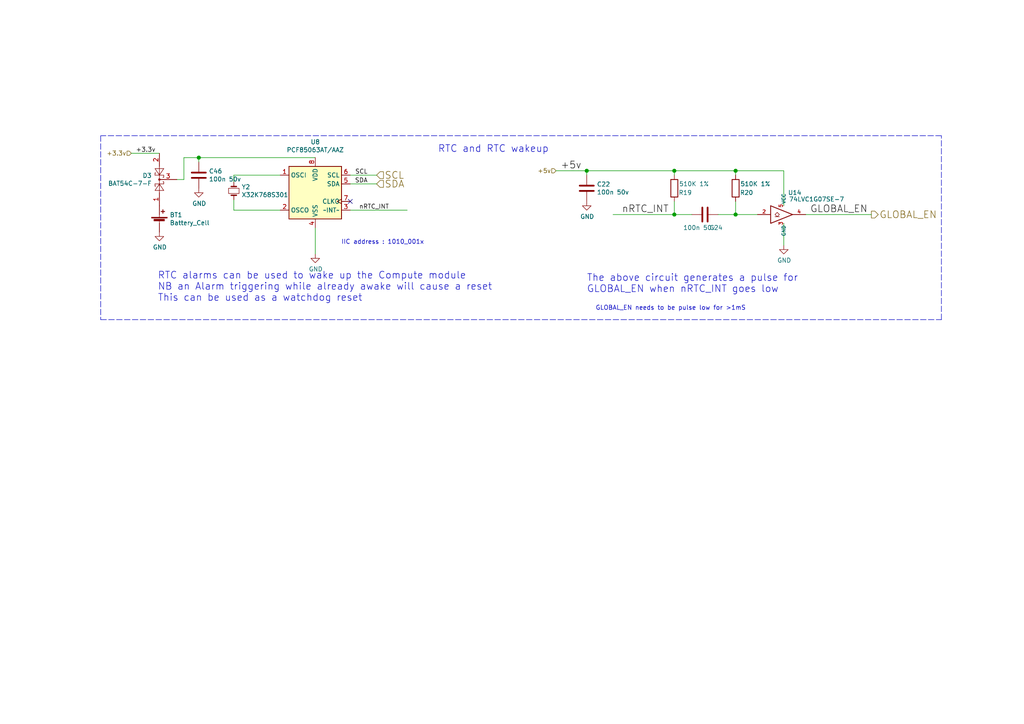
<source format=kicad_sch>
(kicad_sch (version 20210615) (generator eeschema)
  (paper "A4")
  (title_block (title "AP3000v3") (date "2020-10-27") (rev "1") (company "(c) ISis ImageStream Internet Solutions 2020") (comment 1 "www.imagestream.com"))
  (lib_symbols
    (symbol "AP3000:74LVC1G07_copy"
      (property "Reference" "U" (at -2.54 3.81 0))
      (property "Value" "74LVC1G07_copy" (at 0 -3.81 0))
      (symbol "74LVC1G07_copy_0_1"
        (polyline (pts (xy -2.54 -0.635) (xy -1.27 -0.635)))
        (polyline (pts (xy -3.81 2.54) (xy -3.81 -2.54) (xy 2.54 0) (xy -3.81 2.54)) (stroke (width 0.254)))
        (polyline (pts (xy -1.905 0.635) (xy -2.54 0) (xy -1.905 -0.635) (xy -1.27 0) (xy -1.905 0.635)))
      )
      (symbol "74LVC1G07_copy_1_1"
        (pin input line (at -7.62 0 0) (length 3.81) (name "~") (number "2"))
        (pin power_in line (at 0 -2.54 270) (length 0) (name "GND") (number "3"))
        (pin open_collector line (at 6.35 0 180) (length 3.81) (name "~") (number "4"))
        (pin power_in line (at 0 2.54 90) (length 0) (name "VCC") (number "5"))
      )
    )
    (symbol "Device:Battery_Cell" (pin_numbers hide) (pin_names (offset 0) hide)
      (property "Reference" "BT" (at 2.54 2.54 0))
      (property "Value" "Battery_Cell" (at 2.54 0 0))
      (symbol "Battery_Cell_0_1"
        (rectangle (start -2.286 1.778) (end 2.286 1.524) (fill (type outline)))
        (rectangle (start -1.5748 1.1938) (end 1.4732 0.6858) (fill (type outline)))
        (polyline (pts (xy 0 0.762) (xy 0 0)))
        (polyline (pts (xy 0 1.778) (xy 0 2.54)))
        (polyline (pts (xy 0.508 3.429) (xy 1.524 3.429)) (stroke (width 0.254)))
        (polyline (pts (xy 1.016 3.937) (xy 1.016 2.921)) (stroke (width 0.254)))
      )
      (symbol "Battery_Cell_1_1"
        (pin passive line (at 0 5.08 270) (length 2.54) (name "+") (number "1"))
        (pin passive line (at 0 -2.54 90) (length 2.54) (name "-") (number "2"))
      )
    )
    (symbol "Device:C" (pin_numbers hide) (pin_names (offset 0.254))
      (property "Reference" "C" (at 0.635 2.54 0))
      (property "Value" "C" (at 0.635 -2.54 0))
      (symbol "C_0_1"
        (polyline (pts (xy -2.032 -0.762) (xy 2.032 -0.762)) (stroke (width 0.508)))
        (polyline (pts (xy -2.032 0.762) (xy 2.032 0.762)) (stroke (width 0.508)))
      )
      (symbol "C_1_1"
        (pin passive line (at 0 3.81 270) (length 2.794) (name "~") (number "1"))
        (pin passive line (at 0 -3.81 90) (length 2.794) (name "~") (number "2"))
      )
    )
    (symbol "Device:Crystal_Small" (pin_numbers hide) (pin_names hide)
      (property "Reference" "Y" (at 0 2.54 0))
      (property "Value" "Crystal_Small" (at 0 -2.54 0))
      (symbol "Crystal_Small_0_1"
        (rectangle (start -0.762 -1.524) (end 0.762 1.524))
        (polyline (pts (xy -1.27 -0.762) (xy -1.27 0.762)) (stroke (width 0.381)))
        (polyline (pts (xy 1.27 -0.762) (xy 1.27 0.762)) (stroke (width 0.381)))
      )
      (symbol "Crystal_Small_1_1"
        (pin passive line (at -2.54 0 0) (length 1.27) (name "1") (number "1"))
        (pin passive line (at 2.54 0 180) (length 1.27) (name "2") (number "2"))
      )
    )
    (symbol "Device:R" (pin_numbers hide) (pin_names (offset 0))
      (property "Reference" "R" (at 2.032 0 90))
      (property "Value" "R" (at 0 0 90))
      (symbol "R_0_1"
        (rectangle (start -1.016 -2.54) (end 1.016 2.54) (stroke (width 0.254)))
      )
      (symbol "R_1_1"
        (pin passive line (at 0 3.81 270) (length 1.27) (name "~") (number "1"))
        (pin passive line (at 0 -3.81 90) (length 1.27) (name "~") (number "2"))
      )
    )
    (symbol "Diode:BAT54C"
      (property "Reference" "D" (at 0.635 -3.81 0))
      (property "Value" "BAT54C" (at -6.35 3.175 0))
      (symbol "BAT54C_0_1"
        (circle (center 0 0) (radius 0.254) (fill (type outline)))
        (polyline (pts (xy -1.905 0) (xy 1.905 0)))
        (polyline (pts (xy -1.905 1.27) (xy -1.905 1.016)))
        (polyline (pts (xy -1.27 -1.27) (xy -0.635 -1.27)))
        (polyline (pts (xy -1.27 0) (xy -3.81 0)))
        (polyline (pts (xy -1.27 1.27) (xy -1.905 1.27)))
        (polyline (pts (xy -1.27 1.27) (xy -1.27 -1.27)))
        (polyline (pts (xy -0.635 -1.27) (xy -0.635 -1.016)))
        (polyline (pts (xy 0.635 -1.27) (xy 0.635 -1.016)))
        (polyline (pts (xy 1.27 -1.27) (xy 0.635 -1.27)))
        (polyline (pts (xy 1.27 1.27) (xy 1.27 -1.27)))
        (polyline (pts (xy 1.27 1.27) (xy 1.905 1.27)))
        (polyline (pts (xy 1.905 1.27) (xy 1.905 1.016)))
        (polyline (pts (xy 3.81 0) (xy 1.27 0)))
        (polyline (pts (xy -3.175 -1.27) (xy -3.175 1.27) (xy -1.27 0) (xy -3.175 -1.27)))
        (polyline (pts (xy 3.175 -1.27) (xy 3.175 1.27) (xy 1.27 0) (xy 3.175 -1.27)))
      )
      (symbol "BAT54C_1_1"
        (pin passive line (at -7.62 0 0) (length 3.81) (name "~") (number "1"))
        (pin passive line (at 7.62 0 180) (length 3.81) (name "~") (number "2"))
        (pin passive line (at 0 -5.08 90) (length 5.08) (name "~") (number "3"))
      )
    )
    (symbol "Timer_RTC:PCF8563T"
      (property "Reference" "U" (at -7.62 8.89 0))
      (property "Value" "PCF8563T" (at 2.54 8.89 0))
      (symbol "PCF8563T_0_1"
        (rectangle (start -7.62 7.62) (end 7.62 -7.62) (stroke (width 0.254)) (fill (type background)))
      )
      (symbol "PCF8563T_1_1"
        (pin input line (at -10.16 5.08 0) (length 2.54) (name "OSCI") (number "1"))
        (pin output line (at -10.16 -5.08 0) (length 2.54) (name "OSCO") (number "2"))
        (pin output line (at 10.16 -5.08 180) (length 2.54) (name "~INT~") (number "3"))
        (pin power_in line (at 0 -10.16 90) (length 2.54) (name "VSS") (number "4"))
        (pin bidirectional line (at 10.16 2.54 180) (length 2.54) (name "SDA") (number "5"))
        (pin input line (at 10.16 5.08 180) (length 2.54) (name "SCL") (number "6"))
        (pin output clock (at 10.16 -2.54 180) (length 2.54) (name "CLKO") (number "7"))
        (pin power_in line (at 0 10.16 270) (length 2.54) (name "VDD") (number "8"))
      )
    )
    (symbol "power:GND" (power) (pin_names (offset 0))
      (property "Value" "GND" (at 0 -3.81 0))
      (symbol "GND_0_1"
        (polyline (pts (xy 0 0) (xy 0 -1.27) (xy 1.27 -1.27) (xy 0 -2.54) (xy -1.27 -1.27) (xy 0 -1.27)))
      )
      (symbol "GND_1_1"
        (pin power_in line (at 0 0 270) (length 0) hide (name "GND") (number "1"))
      )
    )
  )
  (junction (at 57.658 45.72) (diameter 1.016))
  (junction (at 170.18 49.53) (diameter 1.016))
  (junction (at 195.58 49.53) (diameter 1.016))
  (junction (at 195.58 62.23) (diameter 1.016))
  (junction (at 213.36 49.53) (diameter 1.016))
  (junction (at 213.36 62.23) (diameter 1.016))
  (no_connect (at 101.6 58.42))
  (wire (pts (xy 38.1 44.45) (xy 46.228 44.45)))
  (wire (pts (xy 51.308 52.07) (xy 53.34 52.07)))
  (wire (pts (xy 53.34 45.72) (xy 57.658 45.72)))
  (wire (pts (xy 53.34 52.07) (xy 53.34 45.72)))
  (wire (pts (xy 57.658 45.72) (xy 57.658 47.0154)))
  (wire (pts (xy 57.658 45.72) (xy 91.44 45.72)))
  (wire (pts (xy 67.818 50.8) (xy 67.818 52.832)))
  (wire (pts (xy 67.818 50.8) (xy 81.28 50.8)))
  (wire (pts (xy 67.818 60.96) (xy 67.818 57.912)))
  (wire (pts (xy 81.28 60.96) (xy 67.818 60.96)))
  (wire (pts (xy 91.44 66.04) (xy 91.44 73.66)))
  (wire (pts (xy 101.6 60.96) (xy 118.11 60.96)))
  (wire (pts (xy 109.22 50.8) (xy 101.6 50.8)))
  (wire (pts (xy 109.22 53.34) (xy 101.6 53.34)))
  (wire (pts (xy 161.29 49.53) (xy 170.18 49.53)))
  (wire (pts (xy 170.18 49.53) (xy 195.58 49.53)))
  (wire (pts (xy 170.18 50.8) (xy 170.18 49.53)))
  (wire (pts (xy 177.8 62.23) (xy 195.58 62.23)))
  (wire (pts (xy 195.58 49.53) (xy 195.58 50.8)))
  (wire (pts (xy 195.58 49.53) (xy 213.36 49.53)))
  (wire (pts (xy 195.58 62.23) (xy 195.58 58.42)))
  (wire (pts (xy 195.58 62.23) (xy 200.66 62.23)))
  (wire (pts (xy 208.28 62.23) (xy 213.36 62.23)))
  (wire (pts (xy 213.36 49.53) (xy 213.36 50.8)))
  (wire (pts (xy 213.36 49.53) (xy 227.33 49.53)))
  (wire (pts (xy 213.36 62.23) (xy 213.36 58.42)))
  (wire (pts (xy 213.36 62.23) (xy 219.71 62.23)))
  (wire (pts (xy 227.33 49.53) (xy 227.33 59.69)))
  (wire (pts (xy 227.33 64.77) (xy 227.33 71.12)))
  (wire (pts (xy 233.68 62.23) (xy 252.73 62.23)))
  (polyline (pts (xy 29.21 39.37) (xy 29.21 92.71)) (stroke (width 0) (type dash)))
  (polyline (pts (xy 29.21 92.71) (xy 273.05 92.71)) (stroke (width 0) (type dash)))
  (polyline (pts (xy 273.05 39.37) (xy 29.21 39.37)) (stroke (width 0) (type dash)))
  (polyline (pts (xy 273.05 92.71) (xy 273.05 39.37)) (stroke (width 0) (type dash)))
  (text "RTC alarms can be used to wake up the Compute module\nNB an Alarm triggering while already awake will cause a reset \nThis can be used as a watchdog reset " (at 45.72 87.63 0) (effects (font (size 2.0066 2.0066)) (justify left bottom)))
  (text "IIC address : 1010_001x" (at 98.9838 71.0438 0) (effects (font (size 1.27 1.27)) (justify left bottom)))
  (text "RTC and RTC wakeup" (at 127 44.45 0) (effects (font (size 2.0066 2.0066)) (justify left bottom)))
  (text "The above circuit generates a pulse for\nGLOBAL_EN when nRTC_INT goes low" (at 170.18 85.09 0) (effects (font (size 2.0066 2.0066)) (justify left bottom)))
  (text "GLOBAL_EN needs to be pulse low for >1mS" (at 172.72 90.17 0) (effects (font (size 1.27 1.27)) (justify left bottom)))
  (label "+3.3v" (at 39.37 44.45 0))
  (label "nRTC_INT" (at 104.14 60.96 0))
  (label "SCL" (at 106.68 50.8 180))
  (label "SDA" (at 106.68 53.34 180))
  (label "+5v" (at 162.56 49.53 0) (effects (font (size 2.0066 2.0066))))
  (label "nRTC_INT" (at 180.34 62.23 0) (effects (font (size 2.0066 2.0066))))
  (label "GLOBAL_EN" (at 234.95 62.23 0) (effects (font (size 2.0066 2.0066))))
  (hierarchical_label "+3.3v" (shape input) (at 38.1 44.45 180))
  (hierarchical_label "SCL" (shape input) (at 109.22 50.8 0) (effects (font (size 2.0066 2.0066))))
  (hierarchical_label "SDA" (shape input) (at 109.22 53.34 0) (effects (font (size 2.0066 2.0066))))
  (hierarchical_label "+5v" (shape input) (at 161.29 49.53 180))
  (hierarchical_label "GLOBAL_EN" (shape output) (at 252.73 62.23 0) (effects (font (size 2.0066 2.0066))))
  (symbol (lib_id "power:GND") (at 46.228 67.31 0) (unit 1)
    (property "Reference" "#PWR030" (effects hide))
    (property "Value" "GND" (at 46.355 71.7042 0))
  )
  (symbol (lib_id "power:GND") (at 57.658 54.6354 0) (unit 1)
    (property "Reference" "#PWR03" (effects hide))
    (property "Value" "GND" (at 57.785 59.0296 0))
  )
  (symbol (lib_id "power:GND") (at 91.44 73.66 0) (unit 1)
    (property "Reference" "#PWR028" (effects hide))
    (property "Value" "GND" (at 91.567 78.0542 0))
  )
  (symbol (lib_id "power:GND") (at 170.18 58.42 0) (unit 1)
    (property "Reference" "#PWR031" (effects hide))
    (property "Value" "GND" (at 170.307 62.8142 0))
  )
  (symbol (lib_id "power:GND") (at 227.33 71.12 0) (unit 1)
    (property "Reference" "#PWR034" (effects hide))
    (property "Value" "GND" (at 227.457 75.5142 0))
  )
  (symbol (lib_id "Device:Crystal_Small") (at 67.818 55.372 90) (unit 1)
    (property "Reference" "Y2" (at 70.0532 54.229 90) (effects (justify right)))
    (property "Value" "X32K768S301" (at 70.0532 56.515 90) (effects (justify right)))
    (property "Footprint" "Crystal:Crystal_SMD_3215-2Pin_3.2x1.5mm" (effects hide))
    (property "Field6" "X32K768S301" (effects hide))
    (property "Field7" "AEL" (effects hide))
    (property "Part Description" "Crystal 32.768KHz 7pF 20pmm" (effects hide))
    (property "PartsBoxID" "ABS07-32.768KHZ-7-T" (effects hide))
  )
  (symbol (lib_id "Device:R") (at 195.58 54.61 180) (unit 1)
    (property "Reference" "R19" (at 198.755 55.88 0))
    (property "Value" "510K 1%" (at 201.295 53.34 0))
    (property "Footprint" "Resistor_SMD:R_0603_1608Metric" (effects hide))
    (property "Datasheet" "https://fscdn.rohm.com/en/products/databook/datasheet/passive/resistor/chip_resistor/mcr-e.pdf" (effects hide))
    (property "Field4" "Farnell" (effects hide))
    (property "Field5" "1458807" (effects hide))
    (property "Field7" "Rohm" (effects hide))
    (property "Field6" "MCR01MZPF5103" (effects hide))
    (property "Part Description" "Resistor 510K M1005 1% 63mW" (effects hide))
    (property "PartsBoxID" "0603-510K-1%" (effects hide))
    (property "LCSC" "C23192" (effects hide))
  )
  (symbol (lib_id "Device:R") (at 213.36 54.61 180) (unit 1)
    (property "Reference" "R20" (at 216.535 55.88 0))
    (property "Value" "510K 1%" (at 219.075 53.34 0))
    (property "Footprint" "Resistor_SMD:R_0603_1608Metric" (effects hide))
    (property "Datasheet" "https://fscdn.rohm.com/en/products/databook/datasheet/passive/resistor/chip_resistor/mcr-e.pdf" (effects hide))
    (property "Field4" "Farnell" (effects hide))
    (property "Field5" "1458807" (effects hide))
    (property "Field7" "Rohm" (effects hide))
    (property "Field6" "MCR01MZPF5103" (effects hide))
    (property "Part Description" "Resistor 510K M1005 1% 63mW" (effects hide))
    (property "PartsBoxID" "0603-510K-1%" (effects hide))
    (property "LCSC" "C23192" (effects hide))
  )
  (symbol (lib_id "Device:Battery_Cell") (at 46.228 64.77 0) (unit 1)
    (property "Reference" "BT1" (at 49.2252 62.3316 0) (effects (justify left)))
    (property "Value" "Battery_Cell" (at 49.2252 64.643 0) (effects (justify left)))
    (property "Footprint" "Battery:BatteryHolder_Keystone_3034_1x20mm" (effects hide))
    (property "Datasheet" "https://www.keyelco.com/userAssets/file/M65p9.pdf" (effects hide))
    (property "Field4" "Digikey" (effects hide))
    (property "Field5" "36-3034-ND" (effects hide))
    (property "Field6" "3034" (effects hide))
    (property "Field7" "Keystone" (effects hide))
    (property "Part Description" "Battery Retainer Coin, 20.0mm 1 Cell SMD (SMT) Tab" (effects hide))
    (property "PartsBoxID" "3034" (effects hide))
  )
  (symbol (lib_id "Device:C") (at 57.658 50.8254 0) (unit 1)
    (property "Reference" "C46" (at 60.579 49.657 0) (effects (justify left)))
    (property "Value" "100n 50v" (at 60.579 51.9684 0) (effects (justify left)))
    (property "Footprint" "Capacitor_SMD:C_0603_1608Metric" (effects hide))
    (property "Datasheet" "https://search.murata.co.jp/Ceramy/image/img/A01X/G101/ENG/GRM155R71C104KA88-01.pdf" (effects hide))
    (property "Field4" "Farnell" (effects hide))
    (property "Field5" "2611911" (effects hide))
    (property "Field6" "RM EMK105 B7104KV-F" (effects hide))
    (property "Field7" "TAIYO YUDEN EUROPE GMBH" (effects hide))
    (property "Part Description" "100nF 10% or 20% 50V Ceramic Capacitor X7R 0603" (effects hide))
    (property "Field8" "110091611" (effects hide))
    (property "PartsBoxID" "0603-100nF-X7R-50V" (effects hide))
    (property "LCSC" "C14663" (effects hide))
  )
  (symbol (lib_id "Device:C") (at 170.18 54.61 0) (unit 1)
    (property "Reference" "C22" (at 173.101 53.4416 0) (effects (justify left)))
    (property "Value" "100n 50v" (at 173.101 55.753 0) (effects (justify left)))
    (property "Footprint" "Capacitor_SMD:C_0603_1608Metric" (effects hide))
    (property "Datasheet" "https://search.murata.co.jp/Ceramy/image/img/A01X/G101/ENG/GRM155R71C104KA88-01.pdf" (effects hide))
    (property "Field4" "Farnell" (effects hide))
    (property "Field5" "2611911" (effects hide))
    (property "Field6" "RM EMK105 B7104KV-F" (effects hide))
    (property "Field7" "TAIYO YUDEN EUROPE GMBH" (effects hide))
    (property "Part Description" "100nF 10% or 20% 50V Ceramic Capacitor X7R 0603" (effects hide))
    (property "Field8" "110091611" (effects hide))
    (property "PartsBoxID" "0603-100nF-X7R-50V" (effects hide))
    (property "LCSC" "C14663" (effects hide))
  )
  (symbol (lib_id "Device:C") (at 204.47 62.23 270) (unit 1)
    (property "Reference" "C24" (at 205.74 66.04 90) (effects (justify left)))
    (property "Value" "100n 50v" (at 198.12 66.04 90) (effects (justify left)))
    (property "Footprint" "Capacitor_SMD:C_0603_1608Metric" (effects hide))
    (property "Datasheet" "https://search.murata.co.jp/Ceramy/image/img/A01X/G101/ENG/GRM155R71C104KA88-01.pdf" (effects hide))
    (property "Field4" "Farnell" (effects hide))
    (property "Field5" "2611911" (effects hide))
    (property "Field6" "RM EMK105 B7104KV-F" (effects hide))
    (property "Field7" "TAIYO YUDEN EUROPE GMBH" (effects hide))
    (property "Part Description" "100nF 10% or 20% 50V Ceramic Capacitor X7R 0603" (effects hide))
    (property "Field8" "110091611" (effects hide))
    (property "PartsBoxID" "0603-100nF-X7R-50V" (effects hide))
    (property "LCSC" "C14663" (effects hide))
  )
  (symbol (lib_id "AP3000:74LVC1G07_copy") (at 227.33 62.23 0) (unit 1)
    (property "Reference" "U14" (at 230.505 55.88 0))
    (property "Value" "74LVC1G07SE-7" (at 236.855 57.785 0))
    (property "Footprint" "Package_TO_SOT_SMD:SOT-23-5" (effects hide))
    (property "Datasheet" "https://www.diodes.com/assets/Datasheets/74LVC1G07.pdf" (effects hide))
    (property "Field4" "Farnell" (effects hide))
    (property "Field5" "2425492" (effects hide))
    (property "Field6" "74LVC1G07SE-7" (effects hide))
    (property "Field7" "Diodes" (effects hide))
    (property "Part Description" "Buffer, Non-Inverting 1 Element 1 Bit per Element Open Drain Output SOT-353" (effects hide))
    (property "PartsBoxID" "74LVC1G07SE-7" (effects hide))
    (property "LCSC" "C7829" (effects hide))
  )
  (symbol (lib_id "Diode:BAT54C") (at 46.228 52.07 90) (unit 1)
    (property "Reference" "D3" (at 44.0182 50.927 90) (effects (justify left)))
    (property "Value" "BAT54C-7-F" (at 44.0182 53.213 90) (effects (justify left)))
    (property "Footprint" "Package_TO_SOT_SMD:SOT-23" (effects hide))
    (property "Datasheet" "http://www.farnell.com/datasheets/2861240.pdf?_ga=2.129831176.54358802.1587372871-1787849031.1568210898&_gac=1.175311126.1587399424.EAIaIQobChMInOvF07P36AIVw7HtCh0NWwCeEAAYAyAAEgI0YfD_BwE" (effects hide))
    (property "Field4" "Farnell" (effects hide))
    (property "Field5" "2306010" (effects hide))
    (property "Field6" "BAT54C-7-F" (effects hide))
    (property "Field7" "Rohm" (effects hide))
    (property "Part Description" "Diode Array 1 Pair Common Cathode Schottky 30V 200mA (DC) Surface Mount TO-236-3, SC-59, SOT-23-3" (effects hide))
    (property "PartsBoxID" "BAT54C-7-F" (effects hide))
    (property "LCSC" "C134405" (effects hide))
  )
  (symbol (lib_id "Timer_RTC:PCF8563T") (at 91.44 55.88 0) (unit 1)
    (property "Reference" "U8" (at 91.44 41.1734 0))
    (property "Value" "PCF85063AT/AAZ" (at 91.44 43.4848 0))
    (property "Footprint" "Package_SO:SOIC-8_3.9x4.9mm_P1.27mm" (effects hide))
    (property "Datasheet" "https://www.nxp.com/docs/en/data-sheet/PCF85063A.pdf" (effects hide))
    (property "Field4" "Farnell" (effects hide))
    (property "Field5" "2890042" (effects hide))
    (property "Field7" "NXP" (effects hide))
    (property "Field6" "PCF85063AT/AAZ" (effects hide))
    (property "Part Description" "Real Time Clock (RTC) IC Clock/Calendar I²C, 2-Wire Serial 8-SOIC (0.154\", 3.90mm Width)" (effects hide))
    (property "PartsBoxID" "PCF85063AT/AY" (effects hide))
  )
)
</source>
